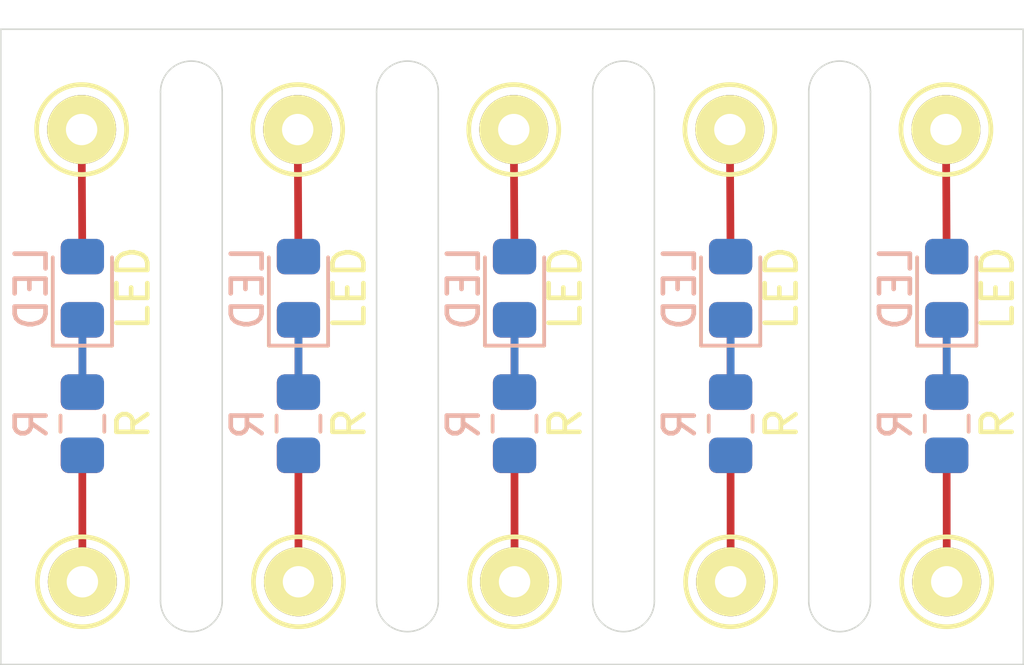
<source format=kicad_pcb>
(kicad_pcb (version 20171130) (host pcbnew 5.1.5-52549c5~84~ubuntu19.04.1)

  (general
    (thickness 1.6)
    (drawings 20)
    (tracks 20)
    (zones 0)
    (modules 54)
    (nets 4)
  )

  (page A4)
  (layers
    (0 F.Cu signal)
    (31 B.Cu signal)
    (32 B.Adhes user)
    (33 F.Adhes user)
    (34 B.Paste user)
    (35 F.Paste user)
    (36 B.SilkS user)
    (37 F.SilkS user)
    (38 B.Mask user)
    (39 F.Mask user)
    (40 Dwgs.User user)
    (41 Cmts.User user)
    (42 Eco1.User user)
    (43 Eco2.User user)
    (44 Edge.Cuts user)
    (45 Margin user)
    (46 B.CrtYd user)
    (47 F.CrtYd user)
    (48 B.Fab user)
    (49 F.Fab user)
  )

  (setup
    (last_trace_width 0.25)
    (trace_clearance 0.2)
    (zone_clearance 0.508)
    (zone_45_only no)
    (trace_min 0.2)
    (via_size 0.8)
    (via_drill 0.4)
    (via_min_size 0.4)
    (via_min_drill 0.3)
    (uvia_size 0.3)
    (uvia_drill 0.1)
    (uvias_allowed no)
    (uvia_min_size 0.2)
    (uvia_min_drill 0.1)
    (edge_width 0.05)
    (segment_width 0.2)
    (pcb_text_width 0.3)
    (pcb_text_size 1.5 1.5)
    (mod_edge_width 0.12)
    (mod_text_size 1 1)
    (mod_text_width 0.15)
    (pad_size 0.5 0.5)
    (pad_drill 0.5)
    (pad_to_mask_clearance 0.051)
    (solder_mask_min_width 0.25)
    (aux_axis_origin 0 0)
    (visible_elements FFFFFF7F)
    (pcbplotparams
      (layerselection 0x010fc_ffffffff)
      (usegerberextensions false)
      (usegerberattributes false)
      (usegerberadvancedattributes false)
      (creategerberjobfile false)
      (excludeedgelayer true)
      (linewidth 0.100000)
      (plotframeref false)
      (viasonmask false)
      (mode 1)
      (useauxorigin false)
      (hpglpennumber 1)
      (hpglpenspeed 20)
      (hpglpendiameter 15.000000)
      (psnegative false)
      (psa4output false)
      (plotreference true)
      (plotvalue true)
      (plotinvisibletext false)
      (padsonsilk false)
      (subtractmaskfromsilk false)
      (outputformat 1)
      (mirror false)
      (drillshape 1)
      (scaleselection 1)
      (outputdirectory ""))
  )

  (net 0 "")
  (net 1 +3V3)
  (net 2 "Net-(D1-Pad1)")
  (net 3 GND)

  (net_class Default "This is the default net class."
    (clearance 0.2)
    (trace_width 0.25)
    (via_dia 0.8)
    (via_drill 0.4)
    (uvia_dia 0.3)
    (uvia_drill 0.1)
    (add_net +3V3)
    (add_net GND)
    (add_net "Net-(D1-Pad1)")
  )

  (module Resistor_SMD:R_0805_2012Metric_Pad1.15x1.40mm_HandSolder (layer B.Cu) (tedit 5B36C52B) (tstamp 5E5FDBED)
    (at -2.19408 88.41994 90)
    (descr "Resistor SMD 0805 (2012 Metric), square (rectangular) end terminal, IPC_7351 nominal with elongated pad for handsoldering. (Body size source: https://docs.google.com/spreadsheets/d/1BsfQQcO9C6DZCsRaXUlFlo91Tg2WpOkGARC1WS5S8t0/edit?usp=sharing), generated with kicad-footprint-generator")
    (tags "resistor handsolder")
    (path /5E53AE71)
    (attr smd)
    (fp_text reference R1 (at 0 1.65 270) (layer B.SilkS) hide
      (effects (font (size 1 1) (thickness 0.15)) (justify mirror))
    )
    (fp_text value R (at 0 -1.65 270) (layer B.SilkS)
      (effects (font (size 1 1) (thickness 0.15)) (justify mirror))
    )
    (fp_line (start -1 -0.6) (end -1 0.6) (layer B.Fab) (width 0.1))
    (fp_line (start -1 0.6) (end 1 0.6) (layer B.Fab) (width 0.1))
    (fp_line (start 1 0.6) (end 1 -0.6) (layer B.Fab) (width 0.1))
    (fp_line (start 1 -0.6) (end -1 -0.6) (layer B.Fab) (width 0.1))
    (fp_line (start -0.261252 0.71) (end 0.261252 0.71) (layer B.SilkS) (width 0.12))
    (fp_line (start -0.261252 -0.71) (end 0.261252 -0.71) (layer B.SilkS) (width 0.12))
    (fp_line (start -1.85 -0.95) (end -1.85 0.95) (layer B.CrtYd) (width 0.05))
    (fp_line (start -1.85 0.95) (end 1.85 0.95) (layer B.CrtYd) (width 0.05))
    (fp_line (start 1.85 0.95) (end 1.85 -0.95) (layer B.CrtYd) (width 0.05))
    (fp_line (start 1.85 -0.95) (end -1.85 -0.95) (layer B.CrtYd) (width 0.05))
    (fp_text user %R (at 0 0 270) (layer B.Fab)
      (effects (font (size 0.5 0.5) (thickness 0.08)) (justify mirror))
    )
    (pad 1 smd roundrect (at -1.025 0 90) (size 1.15 1.4) (layers B.Cu B.Paste B.Mask) (roundrect_rratio 0.217391)
      (net 3 GND))
    (pad 2 smd roundrect (at 1.025 0 90) (size 1.15 1.4) (layers B.Cu B.Paste B.Mask) (roundrect_rratio 0.217391)
      (net 2 "Net-(D1-Pad1)"))
    (model ${KISYS3DMOD}/Resistor_SMD.3dshapes/R_0805_2012Metric.wrl
      (at (xyz 0 0 0))
      (scale (xyz 1 1 1))
      (rotate (xyz 0 0 0))
    )
  )

  (module Diode_SMD:D_0805_2012Metric_Pad1.15x1.40mm_HandSolder (layer B.Cu) (tedit 5B4B45C8) (tstamp 5E5FDBDB)
    (at -16.19408 84.02828 90)
    (descr "Diode SMD 0805 (2012 Metric), square (rectangular) end terminal, IPC_7351 nominal, (Body size source: https://docs.google.com/spreadsheets/d/1BsfQQcO9C6DZCsRaXUlFlo91Tg2WpOkGARC1WS5S8t0/edit?usp=sharing), generated with kicad-footprint-generator")
    (tags "diode handsolder")
    (path /5E53AE67)
    (attr smd)
    (fp_text reference D1 (at 0 1.65 270) (layer B.SilkS) hide
      (effects (font (size 1 1) (thickness 0.15)) (justify mirror))
    )
    (fp_text value LED (at 0 -1.65 270) (layer B.SilkS)
      (effects (font (size 1 1) (thickness 0.15)) (justify mirror))
    )
    (fp_line (start 1 0.6) (end -0.7 0.6) (layer B.Fab) (width 0.1))
    (fp_line (start -0.7 0.6) (end -1 0.3) (layer B.Fab) (width 0.1))
    (fp_line (start -1 0.3) (end -1 -0.6) (layer B.Fab) (width 0.1))
    (fp_line (start -1 -0.6) (end 1 -0.6) (layer B.Fab) (width 0.1))
    (fp_line (start 1 -0.6) (end 1 0.6) (layer B.Fab) (width 0.1))
    (fp_line (start 1 0.96) (end -1.86 0.96) (layer B.SilkS) (width 0.12))
    (fp_line (start -1.86 0.96) (end -1.86 -0.96) (layer B.SilkS) (width 0.12))
    (fp_line (start -1.86 -0.96) (end 1 -0.96) (layer B.SilkS) (width 0.12))
    (fp_line (start -1.85 -0.95) (end -1.85 0.95) (layer B.CrtYd) (width 0.05))
    (fp_line (start -1.85 0.95) (end 1.85 0.95) (layer B.CrtYd) (width 0.05))
    (fp_line (start 1.85 0.95) (end 1.85 -0.95) (layer B.CrtYd) (width 0.05))
    (fp_line (start 1.85 -0.95) (end -1.85 -0.95) (layer B.CrtYd) (width 0.05))
    (fp_text user %R (at 0 0 270) (layer B.Fab)
      (effects (font (size 0.5 0.5) (thickness 0.08)) (justify mirror))
    )
    (pad 1 smd roundrect (at -1.025 0 90) (size 1.15 1.4) (layers B.Cu B.Paste B.Mask) (roundrect_rratio 0.217391)
      (net 2 "Net-(D1-Pad1)"))
    (pad 2 smd roundrect (at 1.025 0 90) (size 1.15 1.4) (layers B.Cu B.Paste B.Mask) (roundrect_rratio 0.217391)
      (net 1 +3V3))
    (model ${KISYS3DMOD}/Diode_SMD.3dshapes/D_0805_2012Metric.wrl
      (at (xyz 0 0 0))
      (scale (xyz 1 1 1))
      (rotate (xyz 0 0 0))
    )
  )

  (module Diode_SMD:D_0805_2012Metric_Pad1.15x1.40mm_HandSolder (layer B.Cu) (tedit 5B4B45C8) (tstamp 5E5FDBC5)
    (at -2.19408 84.02828 90)
    (descr "Diode SMD 0805 (2012 Metric), square (rectangular) end terminal, IPC_7351 nominal, (Body size source: https://docs.google.com/spreadsheets/d/1BsfQQcO9C6DZCsRaXUlFlo91Tg2WpOkGARC1WS5S8t0/edit?usp=sharing), generated with kicad-footprint-generator")
    (tags "diode handsolder")
    (path /5E53AE67)
    (attr smd)
    (fp_text reference D1 (at 0 1.65 270) (layer B.SilkS) hide
      (effects (font (size 1 1) (thickness 0.15)) (justify mirror))
    )
    (fp_text value LED (at 0 -1.65 270) (layer B.SilkS)
      (effects (font (size 1 1) (thickness 0.15)) (justify mirror))
    )
    (fp_line (start 1 0.6) (end -0.7 0.6) (layer B.Fab) (width 0.1))
    (fp_line (start -0.7 0.6) (end -1 0.3) (layer B.Fab) (width 0.1))
    (fp_line (start -1 0.3) (end -1 -0.6) (layer B.Fab) (width 0.1))
    (fp_line (start -1 -0.6) (end 1 -0.6) (layer B.Fab) (width 0.1))
    (fp_line (start 1 -0.6) (end 1 0.6) (layer B.Fab) (width 0.1))
    (fp_line (start 1 0.96) (end -1.86 0.96) (layer B.SilkS) (width 0.12))
    (fp_line (start -1.86 0.96) (end -1.86 -0.96) (layer B.SilkS) (width 0.12))
    (fp_line (start -1.86 -0.96) (end 1 -0.96) (layer B.SilkS) (width 0.12))
    (fp_line (start -1.85 -0.95) (end -1.85 0.95) (layer B.CrtYd) (width 0.05))
    (fp_line (start -1.85 0.95) (end 1.85 0.95) (layer B.CrtYd) (width 0.05))
    (fp_line (start 1.85 0.95) (end 1.85 -0.95) (layer B.CrtYd) (width 0.05))
    (fp_line (start 1.85 -0.95) (end -1.85 -0.95) (layer B.CrtYd) (width 0.05))
    (fp_text user %R (at 0 0 270) (layer B.Fab)
      (effects (font (size 0.5 0.5) (thickness 0.08)) (justify mirror))
    )
    (pad 1 smd roundrect (at -1.025 0 90) (size 1.15 1.4) (layers B.Cu B.Paste B.Mask) (roundrect_rratio 0.217391)
      (net 2 "Net-(D1-Pad1)"))
    (pad 2 smd roundrect (at 1.025 0 90) (size 1.15 1.4) (layers B.Cu B.Paste B.Mask) (roundrect_rratio 0.217391)
      (net 1 +3V3))
    (model ${KISYS3DMOD}/Diode_SMD.3dshapes/D_0805_2012Metric.wrl
      (at (xyz 0 0 0))
      (scale (xyz 1 1 1))
      (rotate (xyz 0 0 0))
    )
  )

  (module Diode_SMD:D_0805_2012Metric_Pad1.15x1.40mm_HandSolder (layer B.Cu) (tedit 5B4B45C8) (tstamp 5E5FDBB3)
    (at -9.19408 84.02828 90)
    (descr "Diode SMD 0805 (2012 Metric), square (rectangular) end terminal, IPC_7351 nominal, (Body size source: https://docs.google.com/spreadsheets/d/1BsfQQcO9C6DZCsRaXUlFlo91Tg2WpOkGARC1WS5S8t0/edit?usp=sharing), generated with kicad-footprint-generator")
    (tags "diode handsolder")
    (path /5E53AE67)
    (attr smd)
    (fp_text reference D1 (at 0 1.65 270) (layer B.SilkS) hide
      (effects (font (size 1 1) (thickness 0.15)) (justify mirror))
    )
    (fp_text value LED (at 0 -1.65 270) (layer B.SilkS)
      (effects (font (size 1 1) (thickness 0.15)) (justify mirror))
    )
    (fp_line (start 1 0.6) (end -0.7 0.6) (layer B.Fab) (width 0.1))
    (fp_line (start -0.7 0.6) (end -1 0.3) (layer B.Fab) (width 0.1))
    (fp_line (start -1 0.3) (end -1 -0.6) (layer B.Fab) (width 0.1))
    (fp_line (start -1 -0.6) (end 1 -0.6) (layer B.Fab) (width 0.1))
    (fp_line (start 1 -0.6) (end 1 0.6) (layer B.Fab) (width 0.1))
    (fp_line (start 1 0.96) (end -1.86 0.96) (layer B.SilkS) (width 0.12))
    (fp_line (start -1.86 0.96) (end -1.86 -0.96) (layer B.SilkS) (width 0.12))
    (fp_line (start -1.86 -0.96) (end 1 -0.96) (layer B.SilkS) (width 0.12))
    (fp_line (start -1.85 -0.95) (end -1.85 0.95) (layer B.CrtYd) (width 0.05))
    (fp_line (start -1.85 0.95) (end 1.85 0.95) (layer B.CrtYd) (width 0.05))
    (fp_line (start 1.85 0.95) (end 1.85 -0.95) (layer B.CrtYd) (width 0.05))
    (fp_line (start 1.85 -0.95) (end -1.85 -0.95) (layer B.CrtYd) (width 0.05))
    (fp_text user %R (at 0 0 270) (layer B.Fab)
      (effects (font (size 0.5 0.5) (thickness 0.08)) (justify mirror))
    )
    (pad 1 smd roundrect (at -1.025 0 90) (size 1.15 1.4) (layers B.Cu B.Paste B.Mask) (roundrect_rratio 0.217391)
      (net 2 "Net-(D1-Pad1)"))
    (pad 2 smd roundrect (at 1.025 0 90) (size 1.15 1.4) (layers B.Cu B.Paste B.Mask) (roundrect_rratio 0.217391)
      (net 1 +3V3))
    (model ${KISYS3DMOD}/Diode_SMD.3dshapes/D_0805_2012Metric.wrl
      (at (xyz 0 0 0))
      (scale (xyz 1 1 1))
      (rotate (xyz 0 0 0))
    )
  )

  (module Resistor_SMD:R_0805_2012Metric_Pad1.15x1.40mm_HandSolder (layer B.Cu) (tedit 5B36C52B) (tstamp 5E5FDBA3)
    (at -16.19408 88.41994 90)
    (descr "Resistor SMD 0805 (2012 Metric), square (rectangular) end terminal, IPC_7351 nominal with elongated pad for handsoldering. (Body size source: https://docs.google.com/spreadsheets/d/1BsfQQcO9C6DZCsRaXUlFlo91Tg2WpOkGARC1WS5S8t0/edit?usp=sharing), generated with kicad-footprint-generator")
    (tags "resistor handsolder")
    (path /5E53AE71)
    (attr smd)
    (fp_text reference R1 (at 0 1.65 270) (layer B.SilkS) hide
      (effects (font (size 1 1) (thickness 0.15)) (justify mirror))
    )
    (fp_text value R (at 0 -1.65 270) (layer B.SilkS)
      (effects (font (size 1 1) (thickness 0.15)) (justify mirror))
    )
    (fp_line (start -1 -0.6) (end -1 0.6) (layer B.Fab) (width 0.1))
    (fp_line (start -1 0.6) (end 1 0.6) (layer B.Fab) (width 0.1))
    (fp_line (start 1 0.6) (end 1 -0.6) (layer B.Fab) (width 0.1))
    (fp_line (start 1 -0.6) (end -1 -0.6) (layer B.Fab) (width 0.1))
    (fp_line (start -0.261252 0.71) (end 0.261252 0.71) (layer B.SilkS) (width 0.12))
    (fp_line (start -0.261252 -0.71) (end 0.261252 -0.71) (layer B.SilkS) (width 0.12))
    (fp_line (start -1.85 -0.95) (end -1.85 0.95) (layer B.CrtYd) (width 0.05))
    (fp_line (start -1.85 0.95) (end 1.85 0.95) (layer B.CrtYd) (width 0.05))
    (fp_line (start 1.85 0.95) (end 1.85 -0.95) (layer B.CrtYd) (width 0.05))
    (fp_line (start 1.85 -0.95) (end -1.85 -0.95) (layer B.CrtYd) (width 0.05))
    (fp_text user %R (at 0 0 270) (layer B.Fab)
      (effects (font (size 0.5 0.5) (thickness 0.08)) (justify mirror))
    )
    (pad 1 smd roundrect (at -1.025 0 90) (size 1.15 1.4) (layers B.Cu B.Paste B.Mask) (roundrect_rratio 0.217391)
      (net 3 GND))
    (pad 2 smd roundrect (at 1.025 0 90) (size 1.15 1.4) (layers B.Cu B.Paste B.Mask) (roundrect_rratio 0.217391)
      (net 2 "Net-(D1-Pad1)"))
    (model ${KISYS3DMOD}/Resistor_SMD.3dshapes/R_0805_2012Metric.wrl
      (at (xyz 0 0 0))
      (scale (xyz 1 1 1))
      (rotate (xyz 0 0 0))
    )
  )

  (module Resistor_SMD:R_0805_2012Metric_Pad1.15x1.40mm_HandSolder (layer B.Cu) (tedit 5B36C52B) (tstamp 5E5FDB92)
    (at -9.19408 88.41994 90)
    (descr "Resistor SMD 0805 (2012 Metric), square (rectangular) end terminal, IPC_7351 nominal with elongated pad for handsoldering. (Body size source: https://docs.google.com/spreadsheets/d/1BsfQQcO9C6DZCsRaXUlFlo91Tg2WpOkGARC1WS5S8t0/edit?usp=sharing), generated with kicad-footprint-generator")
    (tags "resistor handsolder")
    (path /5E53AE71)
    (attr smd)
    (fp_text reference R1 (at 0 1.65 270) (layer B.SilkS) hide
      (effects (font (size 1 1) (thickness 0.15)) (justify mirror))
    )
    (fp_text value R (at 0 -1.65 270) (layer B.SilkS)
      (effects (font (size 1 1) (thickness 0.15)) (justify mirror))
    )
    (fp_line (start -1 -0.6) (end -1 0.6) (layer B.Fab) (width 0.1))
    (fp_line (start -1 0.6) (end 1 0.6) (layer B.Fab) (width 0.1))
    (fp_line (start 1 0.6) (end 1 -0.6) (layer B.Fab) (width 0.1))
    (fp_line (start 1 -0.6) (end -1 -0.6) (layer B.Fab) (width 0.1))
    (fp_line (start -0.261252 0.71) (end 0.261252 0.71) (layer B.SilkS) (width 0.12))
    (fp_line (start -0.261252 -0.71) (end 0.261252 -0.71) (layer B.SilkS) (width 0.12))
    (fp_line (start -1.85 -0.95) (end -1.85 0.95) (layer B.CrtYd) (width 0.05))
    (fp_line (start -1.85 0.95) (end 1.85 0.95) (layer B.CrtYd) (width 0.05))
    (fp_line (start 1.85 0.95) (end 1.85 -0.95) (layer B.CrtYd) (width 0.05))
    (fp_line (start 1.85 -0.95) (end -1.85 -0.95) (layer B.CrtYd) (width 0.05))
    (fp_text user %R (at 0 0 270) (layer B.Fab)
      (effects (font (size 0.5 0.5) (thickness 0.08)) (justify mirror))
    )
    (pad 1 smd roundrect (at -1.025 0 90) (size 1.15 1.4) (layers B.Cu B.Paste B.Mask) (roundrect_rratio 0.217391)
      (net 3 GND))
    (pad 2 smd roundrect (at 1.025 0 90) (size 1.15 1.4) (layers B.Cu B.Paste B.Mask) (roundrect_rratio 0.217391)
      (net 2 "Net-(D1-Pad1)"))
    (model ${KISYS3DMOD}/Resistor_SMD.3dshapes/R_0805_2012Metric.wrl
      (at (xyz 0 0 0))
      (scale (xyz 1 1 1))
      (rotate (xyz 0 0 0))
    )
  )

  (module Diode_SMD:D_0805_2012Metric_Pad1.15x1.40mm_HandSolder (layer B.Cu) (tedit 5B4B45C8) (tstamp 5E5FDB80)
    (at 4.80592 84.02828 90)
    (descr "Diode SMD 0805 (2012 Metric), square (rectangular) end terminal, IPC_7351 nominal, (Body size source: https://docs.google.com/spreadsheets/d/1BsfQQcO9C6DZCsRaXUlFlo91Tg2WpOkGARC1WS5S8t0/edit?usp=sharing), generated with kicad-footprint-generator")
    (tags "diode handsolder")
    (path /5E53AE67)
    (attr smd)
    (fp_text reference D1 (at 0 1.65 270) (layer B.SilkS) hide
      (effects (font (size 1 1) (thickness 0.15)) (justify mirror))
    )
    (fp_text value LED (at 0 -1.65 270) (layer B.SilkS)
      (effects (font (size 1 1) (thickness 0.15)) (justify mirror))
    )
    (fp_line (start 1 0.6) (end -0.7 0.6) (layer B.Fab) (width 0.1))
    (fp_line (start -0.7 0.6) (end -1 0.3) (layer B.Fab) (width 0.1))
    (fp_line (start -1 0.3) (end -1 -0.6) (layer B.Fab) (width 0.1))
    (fp_line (start -1 -0.6) (end 1 -0.6) (layer B.Fab) (width 0.1))
    (fp_line (start 1 -0.6) (end 1 0.6) (layer B.Fab) (width 0.1))
    (fp_line (start 1 0.96) (end -1.86 0.96) (layer B.SilkS) (width 0.12))
    (fp_line (start -1.86 0.96) (end -1.86 -0.96) (layer B.SilkS) (width 0.12))
    (fp_line (start -1.86 -0.96) (end 1 -0.96) (layer B.SilkS) (width 0.12))
    (fp_line (start -1.85 -0.95) (end -1.85 0.95) (layer B.CrtYd) (width 0.05))
    (fp_line (start -1.85 0.95) (end 1.85 0.95) (layer B.CrtYd) (width 0.05))
    (fp_line (start 1.85 0.95) (end 1.85 -0.95) (layer B.CrtYd) (width 0.05))
    (fp_line (start 1.85 -0.95) (end -1.85 -0.95) (layer B.CrtYd) (width 0.05))
    (fp_text user %R (at 0 0 270) (layer B.Fab)
      (effects (font (size 0.5 0.5) (thickness 0.08)) (justify mirror))
    )
    (pad 1 smd roundrect (at -1.025 0 90) (size 1.15 1.4) (layers B.Cu B.Paste B.Mask) (roundrect_rratio 0.217391)
      (net 2 "Net-(D1-Pad1)"))
    (pad 2 smd roundrect (at 1.025 0 90) (size 1.15 1.4) (layers B.Cu B.Paste B.Mask) (roundrect_rratio 0.217391)
      (net 1 +3V3))
    (model ${KISYS3DMOD}/Diode_SMD.3dshapes/D_0805_2012Metric.wrl
      (at (xyz 0 0 0))
      (scale (xyz 1 1 1))
      (rotate (xyz 0 0 0))
    )
  )

  (module Resistor_SMD:R_0805_2012Metric_Pad1.15x1.40mm_HandSolder (layer B.Cu) (tedit 5B36C52B) (tstamp 5E5FDB70)
    (at 4.80592 88.41994 90)
    (descr "Resistor SMD 0805 (2012 Metric), square (rectangular) end terminal, IPC_7351 nominal with elongated pad for handsoldering. (Body size source: https://docs.google.com/spreadsheets/d/1BsfQQcO9C6DZCsRaXUlFlo91Tg2WpOkGARC1WS5S8t0/edit?usp=sharing), generated with kicad-footprint-generator")
    (tags "resistor handsolder")
    (path /5E53AE71)
    (attr smd)
    (fp_text reference R1 (at 0 1.65 270) (layer B.SilkS) hide
      (effects (font (size 1 1) (thickness 0.15)) (justify mirror))
    )
    (fp_text value R (at 0 -1.65 270) (layer B.SilkS)
      (effects (font (size 1 1) (thickness 0.15)) (justify mirror))
    )
    (fp_line (start -1 -0.6) (end -1 0.6) (layer B.Fab) (width 0.1))
    (fp_line (start -1 0.6) (end 1 0.6) (layer B.Fab) (width 0.1))
    (fp_line (start 1 0.6) (end 1 -0.6) (layer B.Fab) (width 0.1))
    (fp_line (start 1 -0.6) (end -1 -0.6) (layer B.Fab) (width 0.1))
    (fp_line (start -0.261252 0.71) (end 0.261252 0.71) (layer B.SilkS) (width 0.12))
    (fp_line (start -0.261252 -0.71) (end 0.261252 -0.71) (layer B.SilkS) (width 0.12))
    (fp_line (start -1.85 -0.95) (end -1.85 0.95) (layer B.CrtYd) (width 0.05))
    (fp_line (start -1.85 0.95) (end 1.85 0.95) (layer B.CrtYd) (width 0.05))
    (fp_line (start 1.85 0.95) (end 1.85 -0.95) (layer B.CrtYd) (width 0.05))
    (fp_line (start 1.85 -0.95) (end -1.85 -0.95) (layer B.CrtYd) (width 0.05))
    (fp_text user %R (at 0 0 270) (layer B.Fab)
      (effects (font (size 0.5 0.5) (thickness 0.08)) (justify mirror))
    )
    (pad 1 smd roundrect (at -1.025 0 90) (size 1.15 1.4) (layers B.Cu B.Paste B.Mask) (roundrect_rratio 0.217391)
      (net 3 GND))
    (pad 2 smd roundrect (at 1.025 0 90) (size 1.15 1.4) (layers B.Cu B.Paste B.Mask) (roundrect_rratio 0.217391)
      (net 2 "Net-(D1-Pad1)"))
    (model ${KISYS3DMOD}/Resistor_SMD.3dshapes/R_0805_2012Metric.wrl
      (at (xyz 0 0 0))
      (scale (xyz 1 1 1))
      (rotate (xyz 0 0 0))
    )
  )

  (module Diode_SMD:D_0805_2012Metric_Pad1.15x1.40mm_HandSolder (layer B.Cu) (tedit 5B4B45C8) (tstamp 5E5FDB5E)
    (at 11.80592 84.02828 90)
    (descr "Diode SMD 0805 (2012 Metric), square (rectangular) end terminal, IPC_7351 nominal, (Body size source: https://docs.google.com/spreadsheets/d/1BsfQQcO9C6DZCsRaXUlFlo91Tg2WpOkGARC1WS5S8t0/edit?usp=sharing), generated with kicad-footprint-generator")
    (tags "diode handsolder")
    (path /5E53AE67)
    (attr smd)
    (fp_text reference D1 (at 0 1.65 270) (layer B.SilkS) hide
      (effects (font (size 1 1) (thickness 0.15)) (justify mirror))
    )
    (fp_text value LED (at 0 -1.65 270) (layer B.SilkS)
      (effects (font (size 1 1) (thickness 0.15)) (justify mirror))
    )
    (fp_text user %R (at 0 0 270) (layer B.Fab)
      (effects (font (size 0.5 0.5) (thickness 0.08)) (justify mirror))
    )
    (fp_line (start 1.85 -0.95) (end -1.85 -0.95) (layer B.CrtYd) (width 0.05))
    (fp_line (start 1.85 0.95) (end 1.85 -0.95) (layer B.CrtYd) (width 0.05))
    (fp_line (start -1.85 0.95) (end 1.85 0.95) (layer B.CrtYd) (width 0.05))
    (fp_line (start -1.85 -0.95) (end -1.85 0.95) (layer B.CrtYd) (width 0.05))
    (fp_line (start -1.86 -0.96) (end 1 -0.96) (layer B.SilkS) (width 0.12))
    (fp_line (start -1.86 0.96) (end -1.86 -0.96) (layer B.SilkS) (width 0.12))
    (fp_line (start 1 0.96) (end -1.86 0.96) (layer B.SilkS) (width 0.12))
    (fp_line (start 1 -0.6) (end 1 0.6) (layer B.Fab) (width 0.1))
    (fp_line (start -1 -0.6) (end 1 -0.6) (layer B.Fab) (width 0.1))
    (fp_line (start -1 0.3) (end -1 -0.6) (layer B.Fab) (width 0.1))
    (fp_line (start -0.7 0.6) (end -1 0.3) (layer B.Fab) (width 0.1))
    (fp_line (start 1 0.6) (end -0.7 0.6) (layer B.Fab) (width 0.1))
    (pad 2 smd roundrect (at 1.025 0 90) (size 1.15 1.4) (layers B.Cu B.Paste B.Mask) (roundrect_rratio 0.217391)
      (net 1 +3V3))
    (pad 1 smd roundrect (at -1.025 0 90) (size 1.15 1.4) (layers B.Cu B.Paste B.Mask) (roundrect_rratio 0.217391)
      (net 2 "Net-(D1-Pad1)"))
    (model ${KISYS3DMOD}/Diode_SMD.3dshapes/D_0805_2012Metric.wrl
      (at (xyz 0 0 0))
      (scale (xyz 1 1 1))
      (rotate (xyz 0 0 0))
    )
  )

  (module Resistor_SMD:R_0805_2012Metric_Pad1.15x1.40mm_HandSolder (layer B.Cu) (tedit 5B36C52B) (tstamp 5E5FDB4E)
    (at 11.80592 88.41994 90)
    (descr "Resistor SMD 0805 (2012 Metric), square (rectangular) end terminal, IPC_7351 nominal with elongated pad for handsoldering. (Body size source: https://docs.google.com/spreadsheets/d/1BsfQQcO9C6DZCsRaXUlFlo91Tg2WpOkGARC1WS5S8t0/edit?usp=sharing), generated with kicad-footprint-generator")
    (tags "resistor handsolder")
    (path /5E53AE71)
    (attr smd)
    (fp_text reference R1 (at 0 1.65 270) (layer B.SilkS) hide
      (effects (font (size 1 1) (thickness 0.15)) (justify mirror))
    )
    (fp_text value R (at 0 -1.65 270) (layer B.SilkS)
      (effects (font (size 1 1) (thickness 0.15)) (justify mirror))
    )
    (fp_text user %R (at 0 0 270) (layer B.Fab)
      (effects (font (size 0.5 0.5) (thickness 0.08)) (justify mirror))
    )
    (fp_line (start 1.85 -0.95) (end -1.85 -0.95) (layer B.CrtYd) (width 0.05))
    (fp_line (start 1.85 0.95) (end 1.85 -0.95) (layer B.CrtYd) (width 0.05))
    (fp_line (start -1.85 0.95) (end 1.85 0.95) (layer B.CrtYd) (width 0.05))
    (fp_line (start -1.85 -0.95) (end -1.85 0.95) (layer B.CrtYd) (width 0.05))
    (fp_line (start -0.261252 -0.71) (end 0.261252 -0.71) (layer B.SilkS) (width 0.12))
    (fp_line (start -0.261252 0.71) (end 0.261252 0.71) (layer B.SilkS) (width 0.12))
    (fp_line (start 1 -0.6) (end -1 -0.6) (layer B.Fab) (width 0.1))
    (fp_line (start 1 0.6) (end 1 -0.6) (layer B.Fab) (width 0.1))
    (fp_line (start -1 0.6) (end 1 0.6) (layer B.Fab) (width 0.1))
    (fp_line (start -1 -0.6) (end -1 0.6) (layer B.Fab) (width 0.1))
    (pad 2 smd roundrect (at 1.025 0 90) (size 1.15 1.4) (layers B.Cu B.Paste B.Mask) (roundrect_rratio 0.217391)
      (net 2 "Net-(D1-Pad1)"))
    (pad 1 smd roundrect (at -1.025 0 90) (size 1.15 1.4) (layers B.Cu B.Paste B.Mask) (roundrect_rratio 0.217391)
      (net 3 GND))
    (model ${KISYS3DMOD}/Resistor_SMD.3dshapes/R_0805_2012Metric.wrl
      (at (xyz 0 0 0))
      (scale (xyz 1 1 1))
      (rotate (xyz 0 0 0))
    )
  )

  (module Wickerlib:HOLE-UNPLATED-200MIL (layer F.Cu) (tedit 5E5F998E) (tstamp 5E600435)
    (at -0.51816 94.50832)
    (attr virtual)
    (fp_text reference V (at 0 -2) (layer F.SilkS) hide
      (effects (font (size 1.016 1.016) (thickness 0.1524)))
    )
    (fp_text value HOLE-PLATED-200MIL (at -2.1 2.88 90) (layer F.Fab) hide
      (effects (font (size 1 1) (thickness 0.15)))
    )
    (pad "" np_thru_hole circle (at 0.94996 1.19888) (size 0.5 0.5) (drill 0.5) (layers *.Cu *.Mask))
  )

  (module Wickerlib:HOLE-UNPLATED-200MIL (layer F.Cu) (tedit 5E5F99DB) (tstamp 5E600431)
    (at -5.68452 94.49816)
    (attr virtual)
    (fp_text reference V (at 0 -2) (layer F.SilkS) hide
      (effects (font (size 1.016 1.016) (thickness 0.1524)))
    )
    (fp_text value HOLE-PLATED-200MIL (at -2.1 2.88 90) (layer F.Fab) hide
      (effects (font (size 1 1) (thickness 0.15)))
    )
    (pad "" np_thru_hole circle (at 0.94996 1.19888) (size 0.5 0.5) (drill 0.5) (layers *.Cu *.Mask))
  )

  (module Wickerlib:HOLE-UNPLATED-200MIL (layer F.Cu) (tedit 5E5F998E) (tstamp 5E60042D)
    (at -7.52348 94.5134)
    (attr virtual)
    (fp_text reference V (at 0 -2) (layer F.SilkS) hide
      (effects (font (size 1.016 1.016) (thickness 0.1524)))
    )
    (fp_text value HOLE-PLATED-200MIL (at -2.1 2.88 90) (layer F.Fab) hide
      (effects (font (size 1 1) (thickness 0.15)))
    )
    (pad "" np_thru_hole circle (at 0.94996 1.19888) (size 0.5 0.5) (drill 0.5) (layers *.Cu *.Mask))
  )

  (module Wickerlib:HOLE-UNPLATED-200MIL (layer F.Cu) (tedit 5E5F998E) (tstamp 5E600429)
    (at 6.47192 94.5134)
    (attr virtual)
    (fp_text reference V (at 0 -2) (layer F.SilkS) hide
      (effects (font (size 1.016 1.016) (thickness 0.1524)))
    )
    (fp_text value HOLE-PLATED-200MIL (at -2.1 2.88 90) (layer F.Fab) hide
      (effects (font (size 1 1) (thickness 0.15)))
    )
    (pad "" np_thru_hole circle (at 0.94996 1.19888) (size 0.5 0.5) (drill 0.5) (layers *.Cu *.Mask))
  )

  (module Wickerlib:HOLE-UNPLATED-200MIL (layer F.Cu) (tedit 5E5F99E9) (tstamp 5E600425)
    (at 7.38632 94.50832)
    (attr virtual)
    (fp_text reference V (at 0 -2) (layer F.SilkS) hide
      (effects (font (size 1.016 1.016) (thickness 0.1524)))
    )
    (fp_text value HOLE-PLATED-200MIL (at -2.1 2.88 90) (layer F.Fab) hide
      (effects (font (size 1 1) (thickness 0.15)))
    )
    (pad "" np_thru_hole circle (at 0.94996 1.19888) (size 0.5 0.5) (drill 0.5) (layers *.Cu *.Mask))
  )

  (module Wickerlib:HOLE-UNPLATED-200MIL (layer F.Cu) (tedit 5E5F99DB) (tstamp 5E600421)
    (at -12.73302 94.51594)
    (attr virtual)
    (fp_text reference V (at 0 -2) (layer F.SilkS) hide
      (effects (font (size 1.016 1.016) (thickness 0.1524)))
    )
    (fp_text value HOLE-PLATED-200MIL (at -2.1 2.88 90) (layer F.Fab) hide
      (effects (font (size 1 1) (thickness 0.15)))
    )
    (pad "" np_thru_hole circle (at 0.94996 1.19888) (size 0.5 0.5) (drill 0.5) (layers *.Cu *.Mask))
  )

  (module Wickerlib:HOLE-UNPLATED-200MIL (layer F.Cu) (tedit 5E5F99E9) (tstamp 5E60041D)
    (at 0.39624 94.50324)
    (attr virtual)
    (fp_text reference V (at 0 -2) (layer F.SilkS) hide
      (effects (font (size 1.016 1.016) (thickness 0.1524)))
    )
    (fp_text value HOLE-PLATED-200MIL (at -2.1 2.88 90) (layer F.Fab) hide
      (effects (font (size 1 1) (thickness 0.15)))
    )
    (pad "" np_thru_hole circle (at 0.94996 1.19888) (size 0.5 0.5) (drill 0.5) (layers *.Cu *.Mask))
  )

  (module Wickerlib:HOLE-UNPLATED-200MIL (layer F.Cu) (tedit 5E5F99DB) (tstamp 5E600419)
    (at 8.31088 94.49816)
    (attr virtual)
    (fp_text reference V (at 0 -2) (layer F.SilkS) hide
      (effects (font (size 1.016 1.016) (thickness 0.1524)))
    )
    (fp_text value HOLE-PLATED-200MIL (at -2.1 2.88 90) (layer F.Fab) hide
      (effects (font (size 1 1) (thickness 0.15)))
    )
    (pad "" np_thru_hole circle (at 0.94996 1.19888) (size 0.5 0.5) (drill 0.5) (layers *.Cu *.Mask))
  )

  (module Wickerlib:HOLE-UNPLATED-200MIL (layer F.Cu) (tedit 5E5F998E) (tstamp 5E600415)
    (at -14.57198 94.53118)
    (attr virtual)
    (fp_text reference V (at 0 -2) (layer F.SilkS) hide
      (effects (font (size 1.016 1.016) (thickness 0.1524)))
    )
    (fp_text value HOLE-PLATED-200MIL (at -2.1 2.88 90) (layer F.Fab) hide
      (effects (font (size 1 1) (thickness 0.15)))
    )
    (pad "" np_thru_hole circle (at 0.94996 1.19888) (size 0.5 0.5) (drill 0.5) (layers *.Cu *.Mask))
  )

  (module Wickerlib:HOLE-UNPLATED-200MIL (layer F.Cu) (tedit 5E5F99E9) (tstamp 5E600411)
    (at -13.65758 94.5261)
    (attr virtual)
    (fp_text reference V (at 0 -2) (layer F.SilkS) hide
      (effects (font (size 1.016 1.016) (thickness 0.1524)))
    )
    (fp_text value HOLE-PLATED-200MIL (at -2.1 2.88 90) (layer F.Fab) hide
      (effects (font (size 1 1) (thickness 0.15)))
    )
    (pad "" np_thru_hole circle (at 0.94996 1.19888) (size 0.5 0.5) (drill 0.5) (layers *.Cu *.Mask))
  )

  (module Wickerlib:HOLE-UNPLATED-200MIL (layer F.Cu) (tedit 5E5F99E9) (tstamp 5E60040D)
    (at -6.60908 94.50832)
    (attr virtual)
    (fp_text reference V (at 0 -2) (layer F.SilkS) hide
      (effects (font (size 1.016 1.016) (thickness 0.1524)))
    )
    (fp_text value HOLE-PLATED-200MIL (at -2.1 2.88 90) (layer F.Fab) hide
      (effects (font (size 1 1) (thickness 0.15)))
    )
    (pad "" np_thru_hole circle (at 0.94996 1.19888) (size 0.5 0.5) (drill 0.5) (layers *.Cu *.Mask))
  )

  (module Wickerlib:HOLE-UNPLATED-200MIL (layer F.Cu) (tedit 5E5F99DB) (tstamp 5E600409)
    (at 1.3208 94.49308)
    (attr virtual)
    (fp_text reference V (at 0 -2) (layer F.SilkS) hide
      (effects (font (size 1.016 1.016) (thickness 0.1524)))
    )
    (fp_text value HOLE-PLATED-200MIL (at -2.1 2.88 90) (layer F.Fab) hide
      (effects (font (size 1 1) (thickness 0.15)))
    )
    (pad "" np_thru_hole circle (at 0.94996 1.19888) (size 0.5 0.5) (drill 0.5) (layers *.Cu *.Mask))
  )

  (module Wickerlib:HOLE-UNPLATED-200MIL (layer F.Cu) (tedit 5E5F998E) (tstamp 5E6003EC)
    (at 6.45922 74.9554)
    (attr virtual)
    (fp_text reference V (at 0 -2) (layer F.SilkS) hide
      (effects (font (size 1.016 1.016) (thickness 0.1524)))
    )
    (fp_text value HOLE-PLATED-200MIL (at -2.1 2.88 90) (layer F.Fab) hide
      (effects (font (size 1 1) (thickness 0.15)))
    )
    (pad "" np_thru_hole circle (at 0.94996 1.19888) (size 0.5 0.5) (drill 0.5) (layers *.Cu *.Mask))
  )

  (module Wickerlib:HOLE-UNPLATED-200MIL (layer F.Cu) (tedit 5E5F99E9) (tstamp 5E6003E8)
    (at 7.37362 74.95032)
    (attr virtual)
    (fp_text reference V (at 0 -2) (layer F.SilkS) hide
      (effects (font (size 1.016 1.016) (thickness 0.1524)))
    )
    (fp_text value HOLE-PLATED-200MIL (at -2.1 2.88 90) (layer F.Fab) hide
      (effects (font (size 1 1) (thickness 0.15)))
    )
    (pad "" np_thru_hole circle (at 0.94996 1.19888) (size 0.5 0.5) (drill 0.5) (layers *.Cu *.Mask))
  )

  (module Wickerlib:HOLE-UNPLATED-200MIL (layer F.Cu) (tedit 5E5F99DB) (tstamp 5E6003E4)
    (at 8.29818 74.94016)
    (attr virtual)
    (fp_text reference V (at 0 -2) (layer F.SilkS) hide
      (effects (font (size 1.016 1.016) (thickness 0.1524)))
    )
    (fp_text value HOLE-PLATED-200MIL (at -2.1 2.88 90) (layer F.Fab) hide
      (effects (font (size 1 1) (thickness 0.15)))
    )
    (pad "" np_thru_hole circle (at 0.94996 1.19888) (size 0.5 0.5) (drill 0.5) (layers *.Cu *.Mask))
  )

  (module Wickerlib:HOLE-UNPLATED-200MIL (layer F.Cu) (tedit 5E5F99DB) (tstamp 5E6003D4)
    (at 1.3081 74.93508)
    (attr virtual)
    (fp_text reference V (at 0 -2) (layer F.SilkS) hide
      (effects (font (size 1.016 1.016) (thickness 0.1524)))
    )
    (fp_text value HOLE-PLATED-200MIL (at -2.1 2.88 90) (layer F.Fab) hide
      (effects (font (size 1 1) (thickness 0.15)))
    )
    (pad "" np_thru_hole circle (at 0.94996 1.19888) (size 0.5 0.5) (drill 0.5) (layers *.Cu *.Mask))
  )

  (module Wickerlib:HOLE-UNPLATED-200MIL (layer F.Cu) (tedit 5E5F998E) (tstamp 5E6003D0)
    (at -0.53086 74.95032)
    (attr virtual)
    (fp_text reference V (at 0 -2) (layer F.SilkS) hide
      (effects (font (size 1.016 1.016) (thickness 0.1524)))
    )
    (fp_text value HOLE-PLATED-200MIL (at -2.1 2.88 90) (layer F.Fab) hide
      (effects (font (size 1 1) (thickness 0.15)))
    )
    (pad "" np_thru_hole circle (at 0.94996 1.19888) (size 0.5 0.5) (drill 0.5) (layers *.Cu *.Mask))
  )

  (module Wickerlib:HOLE-UNPLATED-200MIL (layer F.Cu) (tedit 5E5F99E9) (tstamp 5E6003CC)
    (at 0.38354 74.94524)
    (attr virtual)
    (fp_text reference V (at 0 -2) (layer F.SilkS) hide
      (effects (font (size 1.016 1.016) (thickness 0.1524)))
    )
    (fp_text value HOLE-PLATED-200MIL (at -2.1 2.88 90) (layer F.Fab) hide
      (effects (font (size 1 1) (thickness 0.15)))
    )
    (pad "" np_thru_hole circle (at 0.94996 1.19888) (size 0.5 0.5) (drill 0.5) (layers *.Cu *.Mask))
  )

  (module Wickerlib:HOLE-UNPLATED-200MIL (layer F.Cu) (tedit 5E5F99DB) (tstamp 5E6003AC)
    (at -5.69722 74.94016)
    (attr virtual)
    (fp_text reference V (at 0 -2) (layer F.SilkS) hide
      (effects (font (size 1.016 1.016) (thickness 0.1524)))
    )
    (fp_text value HOLE-PLATED-200MIL (at -2.1 2.88 90) (layer F.Fab) hide
      (effects (font (size 1 1) (thickness 0.15)))
    )
    (pad "" np_thru_hole circle (at 0.94996 1.19888) (size 0.5 0.5) (drill 0.5) (layers *.Cu *.Mask))
  )

  (module Wickerlib:HOLE-UNPLATED-200MIL (layer F.Cu) (tedit 5E5F998E) (tstamp 5E6003A8)
    (at -7.53618 74.9554)
    (attr virtual)
    (fp_text reference V (at 0 -2) (layer F.SilkS) hide
      (effects (font (size 1.016 1.016) (thickness 0.1524)))
    )
    (fp_text value HOLE-PLATED-200MIL (at -2.1 2.88 90) (layer F.Fab) hide
      (effects (font (size 1 1) (thickness 0.15)))
    )
    (pad "" np_thru_hole circle (at 0.94996 1.19888) (size 0.5 0.5) (drill 0.5) (layers *.Cu *.Mask))
  )

  (module Wickerlib:HOLE-UNPLATED-200MIL (layer F.Cu) (tedit 5E5F99E9) (tstamp 5E6003A4)
    (at -6.62178 74.95032)
    (attr virtual)
    (fp_text reference V (at 0 -2) (layer F.SilkS) hide
      (effects (font (size 1.016 1.016) (thickness 0.1524)))
    )
    (fp_text value HOLE-PLATED-200MIL (at -2.1 2.88 90) (layer F.Fab) hide
      (effects (font (size 1 1) (thickness 0.15)))
    )
    (pad "" np_thru_hole circle (at 0.94996 1.19888) (size 0.5 0.5) (drill 0.5) (layers *.Cu *.Mask))
  )

  (module Wickerlib:HOLE-UNPLATED-200MIL (layer F.Cu) (tedit 5E5F99DB) (tstamp 5E5DAAF5)
    (at -12.74572 74.95794)
    (attr virtual)
    (fp_text reference V (at 0 -2) (layer F.SilkS) hide
      (effects (font (size 1.016 1.016) (thickness 0.1524)))
    )
    (fp_text value HOLE-PLATED-200MIL (at -2.1 2.88 90) (layer F.Fab) hide
      (effects (font (size 1 1) (thickness 0.15)))
    )
    (pad "" np_thru_hole circle (at 0.94996 1.19888) (size 0.5 0.5) (drill 0.5) (layers *.Cu *.Mask))
  )

  (module Wickerlib:HOLE-UNPLATED-200MIL (layer F.Cu) (tedit 5E5F998E) (tstamp 5E5DAAED)
    (at -14.58468 74.97318)
    (attr virtual)
    (fp_text reference V (at 0 -2) (layer F.SilkS) hide
      (effects (font (size 1.016 1.016) (thickness 0.1524)))
    )
    (fp_text value HOLE-PLATED-200MIL (at -2.1 2.88 90) (layer F.Fab) hide
      (effects (font (size 1 1) (thickness 0.15)))
    )
    (pad "" np_thru_hole circle (at 0.94996 1.19888) (size 0.5 0.5) (drill 0.5) (layers *.Cu *.Mask))
  )

  (module Wickerlib:CONN-HEADER-STRAIGHT-P2.54MM-1x01 (layer F.Cu) (tedit 58FF6D5C) (tstamp 5E522BD8)
    (at -16.19504 93.54566)
    (path /5E565A99)
    (attr smd)
    (fp_text reference J4 (at 0 -2.3495) (layer F.SilkS) hide
      (effects (font (size 1 1) (thickness 0.15)))
    )
    (fp_text value Conn_01x01_Female (at 0 0) (layer F.Fab) hide
      (effects (font (size 1 1) (thickness 0.15)))
    )
    (fp_circle (center 0 0) (end 1.25 0.75) (layer F.SilkS) (width 0.1524))
    (fp_circle (center 0 0) (end 1 1) (layer F.Fab) (width 0.0508))
    (fp_text user %R (at 0 0) (layer F.Fab)
      (effects (font (size 1 1) (thickness 0.15)))
    )
    (pad 1 thru_hole circle (at 0 0) (size 2.2352 2.2352) (drill 1.016) (layers *.Cu *.Mask F.SilkS)
      (net 3 GND))
  )

  (module Wickerlib:CONN-HEADER-STRAIGHT-P2.54MM-1x01 (layer F.Cu) (tedit 58FF6D5C) (tstamp 5E522BC0)
    (at -16.22044 78.88478)
    (path /5E5688D9)
    (attr smd)
    (fp_text reference J1 (at 0 -2.3495) (layer F.SilkS) hide
      (effects (font (size 1 1) (thickness 0.15)))
    )
    (fp_text value Conn_01x01_Female (at 0 0) (layer F.Fab) hide
      (effects (font (size 1 1) (thickness 0.15)))
    )
    (fp_text user %R (at 0 0) (layer F.Fab)
      (effects (font (size 1 1) (thickness 0.15)))
    )
    (fp_circle (center 0 0) (end 1 1) (layer F.Fab) (width 0.0508))
    (fp_circle (center 0 0) (end 1.25 0.75) (layer F.SilkS) (width 0.1524))
    (pad 1 thru_hole circle (at 0 0) (size 2.2352 2.2352) (drill 1.016) (layers *.Cu *.Mask F.SilkS)
      (net 1 +3V3))
  )

  (module Resistor_SMD:R_0805_2012Metric_Pad1.15x1.40mm_HandSolder (layer F.Cu) (tedit 5B36C52B) (tstamp 5E5246F8)
    (at -16.19758 88.42248 90)
    (descr "Resistor SMD 0805 (2012 Metric), square (rectangular) end terminal, IPC_7351 nominal with elongated pad for handsoldering. (Body size source: https://docs.google.com/spreadsheets/d/1BsfQQcO9C6DZCsRaXUlFlo91Tg2WpOkGARC1WS5S8t0/edit?usp=sharing), generated with kicad-footprint-generator")
    (tags "resistor handsolder")
    (path /5E53AE71)
    (attr smd)
    (fp_text reference R1 (at 0 -1.65 90) (layer F.SilkS) hide
      (effects (font (size 1 1) (thickness 0.15)))
    )
    (fp_text value R (at 0 1.65 90) (layer F.SilkS)
      (effects (font (size 1 1) (thickness 0.15)))
    )
    (fp_line (start -1 0.6) (end -1 -0.6) (layer F.Fab) (width 0.1))
    (fp_line (start -1 -0.6) (end 1 -0.6) (layer F.Fab) (width 0.1))
    (fp_line (start 1 -0.6) (end 1 0.6) (layer F.Fab) (width 0.1))
    (fp_line (start 1 0.6) (end -1 0.6) (layer F.Fab) (width 0.1))
    (fp_line (start -0.261252 -0.71) (end 0.261252 -0.71) (layer F.SilkS) (width 0.12))
    (fp_line (start -0.261252 0.71) (end 0.261252 0.71) (layer F.SilkS) (width 0.12))
    (fp_line (start -1.85 0.95) (end -1.85 -0.95) (layer F.CrtYd) (width 0.05))
    (fp_line (start -1.85 -0.95) (end 1.85 -0.95) (layer F.CrtYd) (width 0.05))
    (fp_line (start 1.85 -0.95) (end 1.85 0.95) (layer F.CrtYd) (width 0.05))
    (fp_line (start 1.85 0.95) (end -1.85 0.95) (layer F.CrtYd) (width 0.05))
    (fp_text user %R (at 0 0 90) (layer F.Fab)
      (effects (font (size 0.5 0.5) (thickness 0.08)))
    )
    (pad 1 smd roundrect (at -1.025 0 90) (size 1.15 1.4) (layers F.Cu F.Paste F.Mask) (roundrect_rratio 0.217391)
      (net 3 GND))
    (pad 2 smd roundrect (at 1.025 0 90) (size 1.15 1.4) (layers F.Cu F.Paste F.Mask) (roundrect_rratio 0.217391)
      (net 2 "Net-(D1-Pad1)"))
    (model ${KISYS3DMOD}/Resistor_SMD.3dshapes/R_0805_2012Metric.wrl
      (at (xyz 0 0 0))
      (scale (xyz 1 1 1))
      (rotate (xyz 0 0 0))
    )
  )

  (module Diode_SMD:D_0805_2012Metric_Pad1.15x1.40mm_HandSolder (layer F.Cu) (tedit 5B4B45C8) (tstamp 5E524708)
    (at -16.19758 84.03082 90)
    (descr "Diode SMD 0805 (2012 Metric), square (rectangular) end terminal, IPC_7351 nominal, (Body size source: https://docs.google.com/spreadsheets/d/1BsfQQcO9C6DZCsRaXUlFlo91Tg2WpOkGARC1WS5S8t0/edit?usp=sharing), generated with kicad-footprint-generator")
    (tags "diode handsolder")
    (path /5E53AE67)
    (attr smd)
    (fp_text reference D1 (at 0 -1.65 90) (layer F.SilkS) hide
      (effects (font (size 1 1) (thickness 0.15)))
    )
    (fp_text value LED (at 0 1.65 90) (layer F.SilkS)
      (effects (font (size 1 1) (thickness 0.15)))
    )
    (fp_line (start 1 -0.6) (end -0.7 -0.6) (layer F.Fab) (width 0.1))
    (fp_line (start -0.7 -0.6) (end -1 -0.3) (layer F.Fab) (width 0.1))
    (fp_line (start -1 -0.3) (end -1 0.6) (layer F.Fab) (width 0.1))
    (fp_line (start -1 0.6) (end 1 0.6) (layer F.Fab) (width 0.1))
    (fp_line (start 1 0.6) (end 1 -0.6) (layer F.Fab) (width 0.1))
    (fp_line (start 1 -0.96) (end -1.86 -0.96) (layer F.SilkS) (width 0.12))
    (fp_line (start -1.86 -0.96) (end -1.86 0.96) (layer F.SilkS) (width 0.12))
    (fp_line (start -1.86 0.96) (end 1 0.96) (layer F.SilkS) (width 0.12))
    (fp_line (start -1.85 0.95) (end -1.85 -0.95) (layer F.CrtYd) (width 0.05))
    (fp_line (start -1.85 -0.95) (end 1.85 -0.95) (layer F.CrtYd) (width 0.05))
    (fp_line (start 1.85 -0.95) (end 1.85 0.95) (layer F.CrtYd) (width 0.05))
    (fp_line (start 1.85 0.95) (end -1.85 0.95) (layer F.CrtYd) (width 0.05))
    (fp_text user %R (at 0 0 90) (layer F.Fab)
      (effects (font (size 0.5 0.5) (thickness 0.08)))
    )
    (pad 1 smd roundrect (at -1.025 0 90) (size 1.15 1.4) (layers F.Cu F.Paste F.Mask) (roundrect_rratio 0.217391)
      (net 2 "Net-(D1-Pad1)"))
    (pad 2 smd roundrect (at 1.025 0 90) (size 1.15 1.4) (layers F.Cu F.Paste F.Mask) (roundrect_rratio 0.217391)
      (net 1 +3V3))
    (model ${KISYS3DMOD}/Diode_SMD.3dshapes/D_0805_2012Metric.wrl
      (at (xyz 0 0 0))
      (scale (xyz 1 1 1))
      (rotate (xyz 0 0 0))
    )
  )

  (module Wickerlib:HOLE-UNPLATED-200MIL (layer F.Cu) (tedit 5E5F99E9) (tstamp 5E5DAA33)
    (at -13.67028 74.9681)
    (attr virtual)
    (fp_text reference V (at 0 -2) (layer F.SilkS) hide
      (effects (font (size 1.016 1.016) (thickness 0.1524)))
    )
    (fp_text value HOLE-PLATED-200MIL (at -2.1 2.88 90) (layer F.Fab) hide
      (effects (font (size 1 1) (thickness 0.15)))
    )
    (pad "" np_thru_hole circle (at 0.94996 1.19888) (size 0.5 0.5) (drill 0.5) (layers *.Cu *.Mask))
  )

  (module Wickerlib:CONN-HEADER-STRAIGHT-P2.54MM-1x01 (layer F.Cu) (tedit 58FF6D5C) (tstamp 5E5F9ECA)
    (at -9.19504 93.54566)
    (path /5E565A99)
    (attr smd)
    (fp_text reference J4 (at 0 -2.3495) (layer F.SilkS) hide
      (effects (font (size 1 1) (thickness 0.15)))
    )
    (fp_text value Conn_01x01_Female (at 0 0) (layer F.Fab) hide
      (effects (font (size 1 1) (thickness 0.15)))
    )
    (fp_text user %R (at 0 0) (layer F.Fab)
      (effects (font (size 1 1) (thickness 0.15)))
    )
    (fp_circle (center 0 0) (end 1 1) (layer F.Fab) (width 0.0508))
    (fp_circle (center 0 0) (end 1.25 0.75) (layer F.SilkS) (width 0.1524))
    (pad 1 thru_hole circle (at 0 0) (size 2.2352 2.2352) (drill 1.016) (layers *.Cu *.Mask F.SilkS)
      (net 3 GND))
  )

  (module Wickerlib:CONN-HEADER-STRAIGHT-P2.54MM-1x01 (layer F.Cu) (tedit 58FF6D5C) (tstamp 5E5F9ED8)
    (at -2.19504 93.54566)
    (path /5E565A99)
    (attr smd)
    (fp_text reference J4 (at 0 -2.3495) (layer F.SilkS) hide
      (effects (font (size 1 1) (thickness 0.15)))
    )
    (fp_text value Conn_01x01_Female (at 0 0) (layer F.Fab) hide
      (effects (font (size 1 1) (thickness 0.15)))
    )
    (fp_text user %R (at 0 0) (layer F.Fab)
      (effects (font (size 1 1) (thickness 0.15)))
    )
    (fp_circle (center 0 0) (end 1 1) (layer F.Fab) (width 0.0508))
    (fp_circle (center 0 0) (end 1.25 0.75) (layer F.SilkS) (width 0.1524))
    (pad 1 thru_hole circle (at 0 0) (size 2.2352 2.2352) (drill 1.016) (layers *.Cu *.Mask F.SilkS)
      (net 3 GND))
  )

  (module Wickerlib:CONN-HEADER-STRAIGHT-P2.54MM-1x01 (layer F.Cu) (tedit 58FF6D5C) (tstamp 5E5F9EE6)
    (at 4.80496 93.54566)
    (path /5E565A99)
    (attr smd)
    (fp_text reference J4 (at 0 -2.3495) (layer F.SilkS) hide
      (effects (font (size 1 1) (thickness 0.15)))
    )
    (fp_text value Conn_01x01_Female (at 0 0) (layer F.Fab) hide
      (effects (font (size 1 1) (thickness 0.15)))
    )
    (fp_text user %R (at 0 0) (layer F.Fab)
      (effects (font (size 1 1) (thickness 0.15)))
    )
    (fp_circle (center 0 0) (end 1 1) (layer F.Fab) (width 0.0508))
    (fp_circle (center 0 0) (end 1.25 0.75) (layer F.SilkS) (width 0.1524))
    (pad 1 thru_hole circle (at 0 0) (size 2.2352 2.2352) (drill 1.016) (layers *.Cu *.Mask F.SilkS)
      (net 3 GND))
  )

  (module Wickerlib:CONN-HEADER-STRAIGHT-P2.54MM-1x01 (layer F.Cu) (tedit 58FF6D5C) (tstamp 5E5F9EF4)
    (at 11.80496 93.54566)
    (path /5E565A99)
    (attr smd)
    (fp_text reference J4 (at 0 -2.3495) (layer F.SilkS) hide
      (effects (font (size 1 1) (thickness 0.15)))
    )
    (fp_text value Conn_01x01_Female (at 0 0) (layer F.Fab) hide
      (effects (font (size 1 1) (thickness 0.15)))
    )
    (fp_text user %R (at 0 0) (layer F.Fab)
      (effects (font (size 1 1) (thickness 0.15)))
    )
    (fp_circle (center 0 0) (end 1 1) (layer F.Fab) (width 0.0508))
    (fp_circle (center 0 0) (end 1.25 0.75) (layer F.SilkS) (width 0.1524))
    (pad 1 thru_hole circle (at 0 0) (size 2.2352 2.2352) (drill 1.016) (layers *.Cu *.Mask F.SilkS)
      (net 3 GND))
  )

  (module Wickerlib:CONN-HEADER-STRAIGHT-P2.54MM-1x01 (layer F.Cu) (tedit 58FF6D5C) (tstamp 5E5F9F2D)
    (at -9.22044 78.88478)
    (path /5E5688D9)
    (attr smd)
    (fp_text reference J1 (at 0 -2.3495) (layer F.SilkS) hide
      (effects (font (size 1 1) (thickness 0.15)))
    )
    (fp_text value Conn_01x01_Female (at 0 0) (layer F.Fab) hide
      (effects (font (size 1 1) (thickness 0.15)))
    )
    (fp_circle (center 0 0) (end 1.25 0.75) (layer F.SilkS) (width 0.1524))
    (fp_circle (center 0 0) (end 1 1) (layer F.Fab) (width 0.0508))
    (fp_text user %R (at 0 0) (layer F.Fab)
      (effects (font (size 1 1) (thickness 0.15)))
    )
    (pad 1 thru_hole circle (at 0 0) (size 2.2352 2.2352) (drill 1.016) (layers *.Cu *.Mask F.SilkS)
      (net 1 +3V3))
  )

  (module Wickerlib:CONN-HEADER-STRAIGHT-P2.54MM-1x01 (layer F.Cu) (tedit 58FF6D5C) (tstamp 5E5F9F3B)
    (at -2.22044 78.88478)
    (path /5E5688D9)
    (attr smd)
    (fp_text reference J1 (at 0 -2.3495) (layer F.SilkS) hide
      (effects (font (size 1 1) (thickness 0.15)))
    )
    (fp_text value Conn_01x01_Female (at 0 0) (layer F.Fab) hide
      (effects (font (size 1 1) (thickness 0.15)))
    )
    (fp_circle (center 0 0) (end 1.25 0.75) (layer F.SilkS) (width 0.1524))
    (fp_circle (center 0 0) (end 1 1) (layer F.Fab) (width 0.0508))
    (fp_text user %R (at 0 0) (layer F.Fab)
      (effects (font (size 1 1) (thickness 0.15)))
    )
    (pad 1 thru_hole circle (at 0 0) (size 2.2352 2.2352) (drill 1.016) (layers *.Cu *.Mask F.SilkS)
      (net 1 +3V3))
  )

  (module Wickerlib:CONN-HEADER-STRAIGHT-P2.54MM-1x01 (layer F.Cu) (tedit 58FF6D5C) (tstamp 5E5F9F49)
    (at 4.77956 78.88478)
    (path /5E5688D9)
    (attr smd)
    (fp_text reference J1 (at 0 -2.3495) (layer F.SilkS) hide
      (effects (font (size 1 1) (thickness 0.15)))
    )
    (fp_text value Conn_01x01_Female (at 0 0) (layer F.Fab) hide
      (effects (font (size 1 1) (thickness 0.15)))
    )
    (fp_circle (center 0 0) (end 1.25 0.75) (layer F.SilkS) (width 0.1524))
    (fp_circle (center 0 0) (end 1 1) (layer F.Fab) (width 0.0508))
    (fp_text user %R (at 0 0) (layer F.Fab)
      (effects (font (size 1 1) (thickness 0.15)))
    )
    (pad 1 thru_hole circle (at 0 0) (size 2.2352 2.2352) (drill 1.016) (layers *.Cu *.Mask F.SilkS)
      (net 1 +3V3))
  )

  (module Wickerlib:CONN-HEADER-STRAIGHT-P2.54MM-1x01 (layer F.Cu) (tedit 58FF6D5C) (tstamp 5E5F9F57)
    (at 11.77956 78.88478)
    (path /5E5688D9)
    (attr smd)
    (fp_text reference J1 (at 0 -2.3495) (layer F.SilkS) hide
      (effects (font (size 1 1) (thickness 0.15)))
    )
    (fp_text value Conn_01x01_Female (at 0 0) (layer F.Fab) hide
      (effects (font (size 1 1) (thickness 0.15)))
    )
    (fp_circle (center 0 0) (end 1.25 0.75) (layer F.SilkS) (width 0.1524))
    (fp_circle (center 0 0) (end 1 1) (layer F.Fab) (width 0.0508))
    (fp_text user %R (at 0 0) (layer F.Fab)
      (effects (font (size 1 1) (thickness 0.15)))
    )
    (pad 1 thru_hole circle (at 0 0) (size 2.2352 2.2352) (drill 1.016) (layers *.Cu *.Mask F.SilkS)
      (net 1 +3V3))
  )

  (module Diode_SMD:D_0805_2012Metric_Pad1.15x1.40mm_HandSolder (layer F.Cu) (tedit 5B4B45C8) (tstamp 5E5F9FBF)
    (at -9.19758 84.03082 90)
    (descr "Diode SMD 0805 (2012 Metric), square (rectangular) end terminal, IPC_7351 nominal, (Body size source: https://docs.google.com/spreadsheets/d/1BsfQQcO9C6DZCsRaXUlFlo91Tg2WpOkGARC1WS5S8t0/edit?usp=sharing), generated with kicad-footprint-generator")
    (tags "diode handsolder")
    (path /5E53AE67)
    (attr smd)
    (fp_text reference D1 (at 0 -1.65 90) (layer F.SilkS) hide
      (effects (font (size 1 1) (thickness 0.15)))
    )
    (fp_text value LED (at 0 1.65 90) (layer F.SilkS)
      (effects (font (size 1 1) (thickness 0.15)))
    )
    (fp_text user %R (at 0 0 90) (layer F.Fab)
      (effects (font (size 0.5 0.5) (thickness 0.08)))
    )
    (fp_line (start 1.85 0.95) (end -1.85 0.95) (layer F.CrtYd) (width 0.05))
    (fp_line (start 1.85 -0.95) (end 1.85 0.95) (layer F.CrtYd) (width 0.05))
    (fp_line (start -1.85 -0.95) (end 1.85 -0.95) (layer F.CrtYd) (width 0.05))
    (fp_line (start -1.85 0.95) (end -1.85 -0.95) (layer F.CrtYd) (width 0.05))
    (fp_line (start -1.86 0.96) (end 1 0.96) (layer F.SilkS) (width 0.12))
    (fp_line (start -1.86 -0.96) (end -1.86 0.96) (layer F.SilkS) (width 0.12))
    (fp_line (start 1 -0.96) (end -1.86 -0.96) (layer F.SilkS) (width 0.12))
    (fp_line (start 1 0.6) (end 1 -0.6) (layer F.Fab) (width 0.1))
    (fp_line (start -1 0.6) (end 1 0.6) (layer F.Fab) (width 0.1))
    (fp_line (start -1 -0.3) (end -1 0.6) (layer F.Fab) (width 0.1))
    (fp_line (start -0.7 -0.6) (end -1 -0.3) (layer F.Fab) (width 0.1))
    (fp_line (start 1 -0.6) (end -0.7 -0.6) (layer F.Fab) (width 0.1))
    (pad 2 smd roundrect (at 1.025 0 90) (size 1.15 1.4) (layers F.Cu F.Paste F.Mask) (roundrect_rratio 0.217391)
      (net 1 +3V3))
    (pad 1 smd roundrect (at -1.025 0 90) (size 1.15 1.4) (layers F.Cu F.Paste F.Mask) (roundrect_rratio 0.217391)
      (net 2 "Net-(D1-Pad1)"))
    (model ${KISYS3DMOD}/Diode_SMD.3dshapes/D_0805_2012Metric.wrl
      (at (xyz 0 0 0))
      (scale (xyz 1 1 1))
      (rotate (xyz 0 0 0))
    )
  )

  (module Diode_SMD:D_0805_2012Metric_Pad1.15x1.40mm_HandSolder (layer F.Cu) (tedit 5B4B45C8) (tstamp 5E5F9FE3)
    (at -2.19758 84.03082 90)
    (descr "Diode SMD 0805 (2012 Metric), square (rectangular) end terminal, IPC_7351 nominal, (Body size source: https://docs.google.com/spreadsheets/d/1BsfQQcO9C6DZCsRaXUlFlo91Tg2WpOkGARC1WS5S8t0/edit?usp=sharing), generated with kicad-footprint-generator")
    (tags "diode handsolder")
    (path /5E53AE67)
    (attr smd)
    (fp_text reference D1 (at 0 -1.65 90) (layer F.SilkS) hide
      (effects (font (size 1 1) (thickness 0.15)))
    )
    (fp_text value LED (at 0 1.65 90) (layer F.SilkS)
      (effects (font (size 1 1) (thickness 0.15)))
    )
    (fp_text user %R (at 0 0 90) (layer F.Fab)
      (effects (font (size 0.5 0.5) (thickness 0.08)))
    )
    (fp_line (start 1.85 0.95) (end -1.85 0.95) (layer F.CrtYd) (width 0.05))
    (fp_line (start 1.85 -0.95) (end 1.85 0.95) (layer F.CrtYd) (width 0.05))
    (fp_line (start -1.85 -0.95) (end 1.85 -0.95) (layer F.CrtYd) (width 0.05))
    (fp_line (start -1.85 0.95) (end -1.85 -0.95) (layer F.CrtYd) (width 0.05))
    (fp_line (start -1.86 0.96) (end 1 0.96) (layer F.SilkS) (width 0.12))
    (fp_line (start -1.86 -0.96) (end -1.86 0.96) (layer F.SilkS) (width 0.12))
    (fp_line (start 1 -0.96) (end -1.86 -0.96) (layer F.SilkS) (width 0.12))
    (fp_line (start 1 0.6) (end 1 -0.6) (layer F.Fab) (width 0.1))
    (fp_line (start -1 0.6) (end 1 0.6) (layer F.Fab) (width 0.1))
    (fp_line (start -1 -0.3) (end -1 0.6) (layer F.Fab) (width 0.1))
    (fp_line (start -0.7 -0.6) (end -1 -0.3) (layer F.Fab) (width 0.1))
    (fp_line (start 1 -0.6) (end -0.7 -0.6) (layer F.Fab) (width 0.1))
    (pad 2 smd roundrect (at 1.025 0 90) (size 1.15 1.4) (layers F.Cu F.Paste F.Mask) (roundrect_rratio 0.217391)
      (net 1 +3V3))
    (pad 1 smd roundrect (at -1.025 0 90) (size 1.15 1.4) (layers F.Cu F.Paste F.Mask) (roundrect_rratio 0.217391)
      (net 2 "Net-(D1-Pad1)"))
    (model ${KISYS3DMOD}/Diode_SMD.3dshapes/D_0805_2012Metric.wrl
      (at (xyz 0 0 0))
      (scale (xyz 1 1 1))
      (rotate (xyz 0 0 0))
    )
  )

  (module Diode_SMD:D_0805_2012Metric_Pad1.15x1.40mm_HandSolder (layer F.Cu) (tedit 5B4B45C8) (tstamp 5E5FA007)
    (at 4.80242 84.03082 90)
    (descr "Diode SMD 0805 (2012 Metric), square (rectangular) end terminal, IPC_7351 nominal, (Body size source: https://docs.google.com/spreadsheets/d/1BsfQQcO9C6DZCsRaXUlFlo91Tg2WpOkGARC1WS5S8t0/edit?usp=sharing), generated with kicad-footprint-generator")
    (tags "diode handsolder")
    (path /5E53AE67)
    (attr smd)
    (fp_text reference D1 (at 0 -1.65 90) (layer F.SilkS) hide
      (effects (font (size 1 1) (thickness 0.15)))
    )
    (fp_text value LED (at 0 1.65 90) (layer F.SilkS)
      (effects (font (size 1 1) (thickness 0.15)))
    )
    (fp_text user %R (at 0 0 90) (layer F.Fab)
      (effects (font (size 0.5 0.5) (thickness 0.08)))
    )
    (fp_line (start 1.85 0.95) (end -1.85 0.95) (layer F.CrtYd) (width 0.05))
    (fp_line (start 1.85 -0.95) (end 1.85 0.95) (layer F.CrtYd) (width 0.05))
    (fp_line (start -1.85 -0.95) (end 1.85 -0.95) (layer F.CrtYd) (width 0.05))
    (fp_line (start -1.85 0.95) (end -1.85 -0.95) (layer F.CrtYd) (width 0.05))
    (fp_line (start -1.86 0.96) (end 1 0.96) (layer F.SilkS) (width 0.12))
    (fp_line (start -1.86 -0.96) (end -1.86 0.96) (layer F.SilkS) (width 0.12))
    (fp_line (start 1 -0.96) (end -1.86 -0.96) (layer F.SilkS) (width 0.12))
    (fp_line (start 1 0.6) (end 1 -0.6) (layer F.Fab) (width 0.1))
    (fp_line (start -1 0.6) (end 1 0.6) (layer F.Fab) (width 0.1))
    (fp_line (start -1 -0.3) (end -1 0.6) (layer F.Fab) (width 0.1))
    (fp_line (start -0.7 -0.6) (end -1 -0.3) (layer F.Fab) (width 0.1))
    (fp_line (start 1 -0.6) (end -0.7 -0.6) (layer F.Fab) (width 0.1))
    (pad 2 smd roundrect (at 1.025 0 90) (size 1.15 1.4) (layers F.Cu F.Paste F.Mask) (roundrect_rratio 0.217391)
      (net 1 +3V3))
    (pad 1 smd roundrect (at -1.025 0 90) (size 1.15 1.4) (layers F.Cu F.Paste F.Mask) (roundrect_rratio 0.217391)
      (net 2 "Net-(D1-Pad1)"))
    (model ${KISYS3DMOD}/Diode_SMD.3dshapes/D_0805_2012Metric.wrl
      (at (xyz 0 0 0))
      (scale (xyz 1 1 1))
      (rotate (xyz 0 0 0))
    )
  )

  (module Diode_SMD:D_0805_2012Metric_Pad1.15x1.40mm_HandSolder (layer F.Cu) (tedit 5B4B45C8) (tstamp 5E5FA02B)
    (at 11.80242 84.03082 90)
    (descr "Diode SMD 0805 (2012 Metric), square (rectangular) end terminal, IPC_7351 nominal, (Body size source: https://docs.google.com/spreadsheets/d/1BsfQQcO9C6DZCsRaXUlFlo91Tg2WpOkGARC1WS5S8t0/edit?usp=sharing), generated with kicad-footprint-generator")
    (tags "diode handsolder")
    (path /5E53AE67)
    (attr smd)
    (fp_text reference D1 (at 0 -1.65 90) (layer F.SilkS) hide
      (effects (font (size 1 1) (thickness 0.15)))
    )
    (fp_text value LED (at 0 1.65 90) (layer F.SilkS)
      (effects (font (size 1 1) (thickness 0.15)))
    )
    (fp_text user %R (at 0 0 90) (layer F.Fab)
      (effects (font (size 0.5 0.5) (thickness 0.08)))
    )
    (fp_line (start 1.85 0.95) (end -1.85 0.95) (layer F.CrtYd) (width 0.05))
    (fp_line (start 1.85 -0.95) (end 1.85 0.95) (layer F.CrtYd) (width 0.05))
    (fp_line (start -1.85 -0.95) (end 1.85 -0.95) (layer F.CrtYd) (width 0.05))
    (fp_line (start -1.85 0.95) (end -1.85 -0.95) (layer F.CrtYd) (width 0.05))
    (fp_line (start -1.86 0.96) (end 1 0.96) (layer F.SilkS) (width 0.12))
    (fp_line (start -1.86 -0.96) (end -1.86 0.96) (layer F.SilkS) (width 0.12))
    (fp_line (start 1 -0.96) (end -1.86 -0.96) (layer F.SilkS) (width 0.12))
    (fp_line (start 1 0.6) (end 1 -0.6) (layer F.Fab) (width 0.1))
    (fp_line (start -1 0.6) (end 1 0.6) (layer F.Fab) (width 0.1))
    (fp_line (start -1 -0.3) (end -1 0.6) (layer F.Fab) (width 0.1))
    (fp_line (start -0.7 -0.6) (end -1 -0.3) (layer F.Fab) (width 0.1))
    (fp_line (start 1 -0.6) (end -0.7 -0.6) (layer F.Fab) (width 0.1))
    (pad 2 smd roundrect (at 1.025 0 90) (size 1.15 1.4) (layers F.Cu F.Paste F.Mask) (roundrect_rratio 0.217391)
      (net 1 +3V3))
    (pad 1 smd roundrect (at -1.025 0 90) (size 1.15 1.4) (layers F.Cu F.Paste F.Mask) (roundrect_rratio 0.217391)
      (net 2 "Net-(D1-Pad1)"))
    (model ${KISYS3DMOD}/Diode_SMD.3dshapes/D_0805_2012Metric.wrl
      (at (xyz 0 0 0))
      (scale (xyz 1 1 1))
      (rotate (xyz 0 0 0))
    )
  )

  (module Resistor_SMD:R_0805_2012Metric_Pad1.15x1.40mm_HandSolder (layer F.Cu) (tedit 5B36C52B) (tstamp 5E5FA05F)
    (at -9.19758 88.42248 90)
    (descr "Resistor SMD 0805 (2012 Metric), square (rectangular) end terminal, IPC_7351 nominal with elongated pad for handsoldering. (Body size source: https://docs.google.com/spreadsheets/d/1BsfQQcO9C6DZCsRaXUlFlo91Tg2WpOkGARC1WS5S8t0/edit?usp=sharing), generated with kicad-footprint-generator")
    (tags "resistor handsolder")
    (path /5E53AE71)
    (attr smd)
    (fp_text reference R1 (at 0 -1.65 90) (layer F.SilkS) hide
      (effects (font (size 1 1) (thickness 0.15)))
    )
    (fp_text value R (at 0 1.65 90) (layer F.SilkS)
      (effects (font (size 1 1) (thickness 0.15)))
    )
    (fp_text user %R (at 0 0 90) (layer F.Fab)
      (effects (font (size 0.5 0.5) (thickness 0.08)))
    )
    (fp_line (start 1.85 0.95) (end -1.85 0.95) (layer F.CrtYd) (width 0.05))
    (fp_line (start 1.85 -0.95) (end 1.85 0.95) (layer F.CrtYd) (width 0.05))
    (fp_line (start -1.85 -0.95) (end 1.85 -0.95) (layer F.CrtYd) (width 0.05))
    (fp_line (start -1.85 0.95) (end -1.85 -0.95) (layer F.CrtYd) (width 0.05))
    (fp_line (start -0.261252 0.71) (end 0.261252 0.71) (layer F.SilkS) (width 0.12))
    (fp_line (start -0.261252 -0.71) (end 0.261252 -0.71) (layer F.SilkS) (width 0.12))
    (fp_line (start 1 0.6) (end -1 0.6) (layer F.Fab) (width 0.1))
    (fp_line (start 1 -0.6) (end 1 0.6) (layer F.Fab) (width 0.1))
    (fp_line (start -1 -0.6) (end 1 -0.6) (layer F.Fab) (width 0.1))
    (fp_line (start -1 0.6) (end -1 -0.6) (layer F.Fab) (width 0.1))
    (pad 2 smd roundrect (at 1.025 0 90) (size 1.15 1.4) (layers F.Cu F.Paste F.Mask) (roundrect_rratio 0.217391)
      (net 2 "Net-(D1-Pad1)"))
    (pad 1 smd roundrect (at -1.025 0 90) (size 1.15 1.4) (layers F.Cu F.Paste F.Mask) (roundrect_rratio 0.217391)
      (net 3 GND))
    (model ${KISYS3DMOD}/Resistor_SMD.3dshapes/R_0805_2012Metric.wrl
      (at (xyz 0 0 0))
      (scale (xyz 1 1 1))
      (rotate (xyz 0 0 0))
    )
  )

  (module Resistor_SMD:R_0805_2012Metric_Pad1.15x1.40mm_HandSolder (layer F.Cu) (tedit 5B36C52B) (tstamp 5E5FA07F)
    (at -2.19758 88.42248 90)
    (descr "Resistor SMD 0805 (2012 Metric), square (rectangular) end terminal, IPC_7351 nominal with elongated pad for handsoldering. (Body size source: https://docs.google.com/spreadsheets/d/1BsfQQcO9C6DZCsRaXUlFlo91Tg2WpOkGARC1WS5S8t0/edit?usp=sharing), generated with kicad-footprint-generator")
    (tags "resistor handsolder")
    (path /5E53AE71)
    (attr smd)
    (fp_text reference R1 (at 0 -1.65 90) (layer F.SilkS) hide
      (effects (font (size 1 1) (thickness 0.15)))
    )
    (fp_text value R (at 0 1.65 90) (layer F.SilkS)
      (effects (font (size 1 1) (thickness 0.15)))
    )
    (fp_text user %R (at 0 0 90) (layer F.Fab)
      (effects (font (size 0.5 0.5) (thickness 0.08)))
    )
    (fp_line (start 1.85 0.95) (end -1.85 0.95) (layer F.CrtYd) (width 0.05))
    (fp_line (start 1.85 -0.95) (end 1.85 0.95) (layer F.CrtYd) (width 0.05))
    (fp_line (start -1.85 -0.95) (end 1.85 -0.95) (layer F.CrtYd) (width 0.05))
    (fp_line (start -1.85 0.95) (end -1.85 -0.95) (layer F.CrtYd) (width 0.05))
    (fp_line (start -0.261252 0.71) (end 0.261252 0.71) (layer F.SilkS) (width 0.12))
    (fp_line (start -0.261252 -0.71) (end 0.261252 -0.71) (layer F.SilkS) (width 0.12))
    (fp_line (start 1 0.6) (end -1 0.6) (layer F.Fab) (width 0.1))
    (fp_line (start 1 -0.6) (end 1 0.6) (layer F.Fab) (width 0.1))
    (fp_line (start -1 -0.6) (end 1 -0.6) (layer F.Fab) (width 0.1))
    (fp_line (start -1 0.6) (end -1 -0.6) (layer F.Fab) (width 0.1))
    (pad 2 smd roundrect (at 1.025 0 90) (size 1.15 1.4) (layers F.Cu F.Paste F.Mask) (roundrect_rratio 0.217391)
      (net 2 "Net-(D1-Pad1)"))
    (pad 1 smd roundrect (at -1.025 0 90) (size 1.15 1.4) (layers F.Cu F.Paste F.Mask) (roundrect_rratio 0.217391)
      (net 3 GND))
    (model ${KISYS3DMOD}/Resistor_SMD.3dshapes/R_0805_2012Metric.wrl
      (at (xyz 0 0 0))
      (scale (xyz 1 1 1))
      (rotate (xyz 0 0 0))
    )
  )

  (module Resistor_SMD:R_0805_2012Metric_Pad1.15x1.40mm_HandSolder (layer F.Cu) (tedit 5B36C52B) (tstamp 5E5FA09F)
    (at 4.80242 88.42248 90)
    (descr "Resistor SMD 0805 (2012 Metric), square (rectangular) end terminal, IPC_7351 nominal with elongated pad for handsoldering. (Body size source: https://docs.google.com/spreadsheets/d/1BsfQQcO9C6DZCsRaXUlFlo91Tg2WpOkGARC1WS5S8t0/edit?usp=sharing), generated with kicad-footprint-generator")
    (tags "resistor handsolder")
    (path /5E53AE71)
    (attr smd)
    (fp_text reference R1 (at 0 -1.65 90) (layer F.SilkS) hide
      (effects (font (size 1 1) (thickness 0.15)))
    )
    (fp_text value R (at 0 1.65 90) (layer F.SilkS)
      (effects (font (size 1 1) (thickness 0.15)))
    )
    (fp_text user %R (at 0 0 90) (layer F.Fab)
      (effects (font (size 0.5 0.5) (thickness 0.08)))
    )
    (fp_line (start 1.85 0.95) (end -1.85 0.95) (layer F.CrtYd) (width 0.05))
    (fp_line (start 1.85 -0.95) (end 1.85 0.95) (layer F.CrtYd) (width 0.05))
    (fp_line (start -1.85 -0.95) (end 1.85 -0.95) (layer F.CrtYd) (width 0.05))
    (fp_line (start -1.85 0.95) (end -1.85 -0.95) (layer F.CrtYd) (width 0.05))
    (fp_line (start -0.261252 0.71) (end 0.261252 0.71) (layer F.SilkS) (width 0.12))
    (fp_line (start -0.261252 -0.71) (end 0.261252 -0.71) (layer F.SilkS) (width 0.12))
    (fp_line (start 1 0.6) (end -1 0.6) (layer F.Fab) (width 0.1))
    (fp_line (start 1 -0.6) (end 1 0.6) (layer F.Fab) (width 0.1))
    (fp_line (start -1 -0.6) (end 1 -0.6) (layer F.Fab) (width 0.1))
    (fp_line (start -1 0.6) (end -1 -0.6) (layer F.Fab) (width 0.1))
    (pad 2 smd roundrect (at 1.025 0 90) (size 1.15 1.4) (layers F.Cu F.Paste F.Mask) (roundrect_rratio 0.217391)
      (net 2 "Net-(D1-Pad1)"))
    (pad 1 smd roundrect (at -1.025 0 90) (size 1.15 1.4) (layers F.Cu F.Paste F.Mask) (roundrect_rratio 0.217391)
      (net 3 GND))
    (model ${KISYS3DMOD}/Resistor_SMD.3dshapes/R_0805_2012Metric.wrl
      (at (xyz 0 0 0))
      (scale (xyz 1 1 1))
      (rotate (xyz 0 0 0))
    )
  )

  (module Resistor_SMD:R_0805_2012Metric_Pad1.15x1.40mm_HandSolder (layer F.Cu) (tedit 5B36C52B) (tstamp 5E5FA0BF)
    (at 11.80242 88.42248 90)
    (descr "Resistor SMD 0805 (2012 Metric), square (rectangular) end terminal, IPC_7351 nominal with elongated pad for handsoldering. (Body size source: https://docs.google.com/spreadsheets/d/1BsfQQcO9C6DZCsRaXUlFlo91Tg2WpOkGARC1WS5S8t0/edit?usp=sharing), generated with kicad-footprint-generator")
    (tags "resistor handsolder")
    (path /5E53AE71)
    (attr smd)
    (fp_text reference R1 (at 0 -1.65 90) (layer F.SilkS) hide
      (effects (font (size 1 1) (thickness 0.15)))
    )
    (fp_text value R (at 0 1.65 90) (layer F.SilkS)
      (effects (font (size 1 1) (thickness 0.15)))
    )
    (fp_text user %R (at 0 0 90) (layer F.Fab)
      (effects (font (size 0.5 0.5) (thickness 0.08)))
    )
    (fp_line (start 1.85 0.95) (end -1.85 0.95) (layer F.CrtYd) (width 0.05))
    (fp_line (start 1.85 -0.95) (end 1.85 0.95) (layer F.CrtYd) (width 0.05))
    (fp_line (start -1.85 -0.95) (end 1.85 -0.95) (layer F.CrtYd) (width 0.05))
    (fp_line (start -1.85 0.95) (end -1.85 -0.95) (layer F.CrtYd) (width 0.05))
    (fp_line (start -0.261252 0.71) (end 0.261252 0.71) (layer F.SilkS) (width 0.12))
    (fp_line (start -0.261252 -0.71) (end 0.261252 -0.71) (layer F.SilkS) (width 0.12))
    (fp_line (start 1 0.6) (end -1 0.6) (layer F.Fab) (width 0.1))
    (fp_line (start 1 -0.6) (end 1 0.6) (layer F.Fab) (width 0.1))
    (fp_line (start -1 -0.6) (end 1 -0.6) (layer F.Fab) (width 0.1))
    (fp_line (start -1 0.6) (end -1 -0.6) (layer F.Fab) (width 0.1))
    (pad 2 smd roundrect (at 1.025 0 90) (size 1.15 1.4) (layers F.Cu F.Paste F.Mask) (roundrect_rratio 0.217391)
      (net 2 "Net-(D1-Pad1)"))
    (pad 1 smd roundrect (at -1.025 0 90) (size 1.15 1.4) (layers F.Cu F.Paste F.Mask) (roundrect_rratio 0.217391)
      (net 3 GND))
    (model ${KISYS3DMOD}/Resistor_SMD.3dshapes/R_0805_2012Metric.wrl
      (at (xyz 0 0 0))
      (scale (xyz 1 1 1))
      (rotate (xyz 0 0 0))
    )
  )

  (gr_line (start 14.28242 75.63358) (end 14.2875 96.2279) (layer Edge.Cuts) (width 0.05))
  (gr_line (start -18.83918 75.63358) (end -18.83918 96.2279) (layer Edge.Cuts) (width 0.05))
  (gr_line (start -18.83918 96.2279) (end 14.2875 96.2279) (layer Edge.Cuts) (width 0.05) (tstamp 5E5FA11E))
  (gr_line (start -18.83918 75.63358) (end 14.28242 75.63358) (layer Edge.Cuts) (width 0.05) (tstamp 5E5F9E8E))
  (gr_line (start 9.3348 77.66558) (end 9.3348 94.16288) (layer Edge.Cuts) (width 0.05) (tstamp 5E5F9E41))
  (gr_line (start 2.3348 77.66558) (end 2.3348 94.16288) (layer Edge.Cuts) (width 0.05) (tstamp 5E5F9E3F))
  (gr_line (start -4.6652 77.66558) (end -4.6652 94.16288) (layer Edge.Cuts) (width 0.05) (tstamp 5E5F9E3D))
  (gr_line (start 7.3348 77.66558) (end 7.3348 94.16288) (layer Edge.Cuts) (width 0.05) (tstamp 5E5F9E38))
  (gr_line (start 0.3348 77.66558) (end 0.3348 94.16288) (layer Edge.Cuts) (width 0.05) (tstamp 5E5F9E36))
  (gr_line (start -6.6652 77.66558) (end -6.6652 94.16288) (layer Edge.Cuts) (width 0.05) (tstamp 5E5F9E34))
  (gr_arc (start 8.3348 77.66558) (end 9.3348 77.66558) (angle -180) (layer Edge.Cuts) (width 0.05) (tstamp 5E5F9E2F))
  (gr_arc (start 1.3348 77.66558) (end 2.3348 77.66558) (angle -180) (layer Edge.Cuts) (width 0.05) (tstamp 5E5F9E2D))
  (gr_arc (start -5.6652 77.66558) (end -4.6652 77.66558) (angle -180) (layer Edge.Cuts) (width 0.05) (tstamp 5E5F9E2B))
  (gr_arc (start 8.3348 94.16288) (end 7.3348 94.16288) (angle -180) (layer Edge.Cuts) (width 0.05) (tstamp 5E5F9E0B))
  (gr_arc (start 1.3348 94.16288) (end 0.3348 94.16288) (angle -180) (layer Edge.Cuts) (width 0.05) (tstamp 5E5F9E09))
  (gr_arc (start -5.6652 94.16288) (end -6.6652 94.16288) (angle -180) (layer Edge.Cuts) (width 0.05) (tstamp 5E5F9E07))
  (gr_arc (start -12.6652 77.66558) (end -11.6652 77.66558) (angle -180) (layer Edge.Cuts) (width 0.05) (tstamp 5E5F8BBF))
  (gr_arc (start -12.6652 94.16288) (end -13.6652 94.16288) (angle -180) (layer Edge.Cuts) (width 0.05))
  (gr_line (start -11.6652 77.66558) (end -11.6652 94.16288) (layer Edge.Cuts) (width 0.05) (tstamp 5E5F8BAC))
  (gr_line (start -13.6652 77.66558) (end -13.6652 94.16288) (layer Edge.Cuts) (width 0.05))

  (segment (start -16.22044 78.88478) (end -16.19758 83.00582) (width 0.25) (layer F.Cu) (net 1))
  (segment (start -9.22044 78.88478) (end -9.19758 83.00582) (width 0.25) (layer F.Cu) (net 1) (tstamp 5E5F9E22))
  (segment (start -2.22044 78.88478) (end -2.19758 83.00582) (width 0.25) (layer F.Cu) (net 1) (tstamp 5E5F9E24))
  (segment (start 4.77956 78.88478) (end 4.80242 83.00582) (width 0.25) (layer F.Cu) (net 1) (tstamp 5E5F9E26))
  (segment (start 11.77956 78.88478) (end 11.80242 83.00582) (width 0.25) (layer F.Cu) (net 1) (tstamp 5E5F9E28))
  (segment (start -16.19758 85.05582) (end -16.19758 87.39748) (width 0.25) (layer F.Cu) (net 2))
  (segment (start -9.19758 85.05582) (end -9.19758 87.39748) (width 0.25) (layer F.Cu) (net 2) (tstamp 5E5F9E19))
  (segment (start -2.19758 85.05582) (end -2.19758 87.39748) (width 0.25) (layer F.Cu) (net 2) (tstamp 5E5F9E1B))
  (segment (start 4.80242 85.05582) (end 4.80242 87.39748) (width 0.25) (layer F.Cu) (net 2) (tstamp 5E5F9E1D))
  (segment (start 11.80242 85.05582) (end 11.80242 87.39748) (width 0.25) (layer F.Cu) (net 2) (tstamp 5E5F9E1F))
  (segment (start -16.19408 85.05328) (end -16.19408 87.39494) (width 0.25) (layer B.Cu) (net 2) (tstamp 5E5FDBA2))
  (segment (start 11.80592 85.05328) (end 11.80592 87.39494) (width 0.25) (layer B.Cu) (net 2) (tstamp 5E5FDBD7))
  (segment (start 4.80592 85.05328) (end 4.80592 87.39494) (width 0.25) (layer B.Cu) (net 2) (tstamp 5E5FDBD8))
  (segment (start -2.19408 85.05328) (end -2.19408 87.39494) (width 0.25) (layer B.Cu) (net 2) (tstamp 5E5FDBD9))
  (segment (start -9.19408 85.05328) (end -9.19408 87.39494) (width 0.25) (layer B.Cu) (net 2) (tstamp 5E5FDBDA))
  (segment (start -16.19758 89.44748) (end -16.19504 93.54566) (width 0.25) (layer F.Cu) (net 3))
  (segment (start -9.19758 89.44748) (end -9.19504 93.54566) (width 0.25) (layer F.Cu) (net 3) (tstamp 5E5F9E10))
  (segment (start -2.19758 89.44748) (end -2.19504 93.54566) (width 0.25) (layer F.Cu) (net 3) (tstamp 5E5F9E12))
  (segment (start 4.80242 89.44748) (end 4.80496 93.54566) (width 0.25) (layer F.Cu) (net 3) (tstamp 5E5F9E14))
  (segment (start 11.80242 89.44748) (end 11.80496 93.54566) (width 0.25) (layer F.Cu) (net 3) (tstamp 5E5F9E16))

)

</source>
